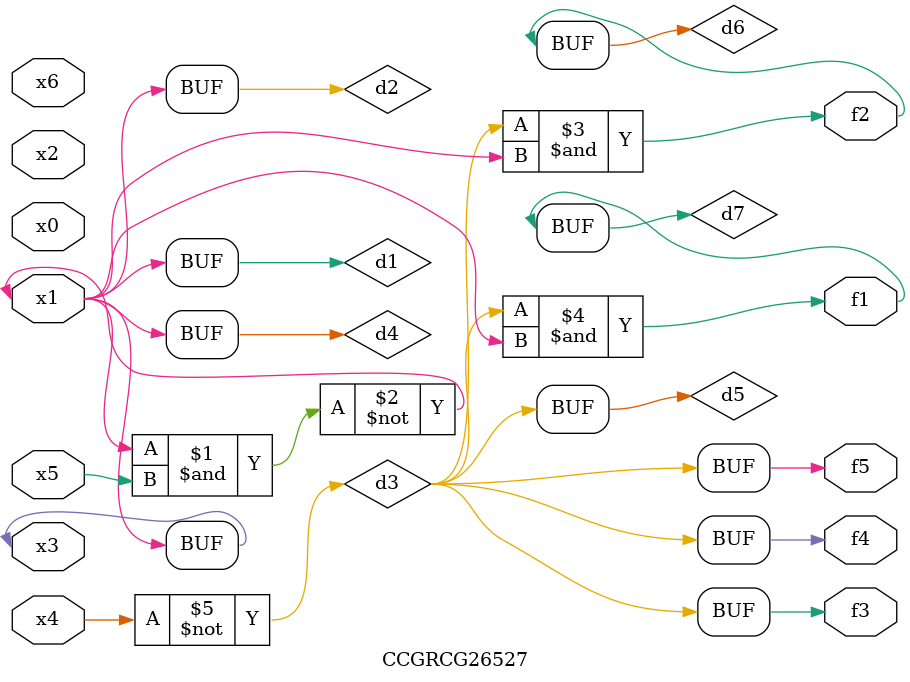
<source format=v>
module CCGRCG26527(
	input x0, x1, x2, x3, x4, x5, x6,
	output f1, f2, f3, f4, f5
);

	wire d1, d2, d3, d4, d5, d6, d7;

	buf (d1, x1, x3);
	nand (d2, x1, x5);
	not (d3, x4);
	buf (d4, d1, d2);
	buf (d5, d3);
	and (d6, d3, d4);
	and (d7, d3, d4);
	assign f1 = d7;
	assign f2 = d6;
	assign f3 = d5;
	assign f4 = d5;
	assign f5 = d5;
endmodule

</source>
